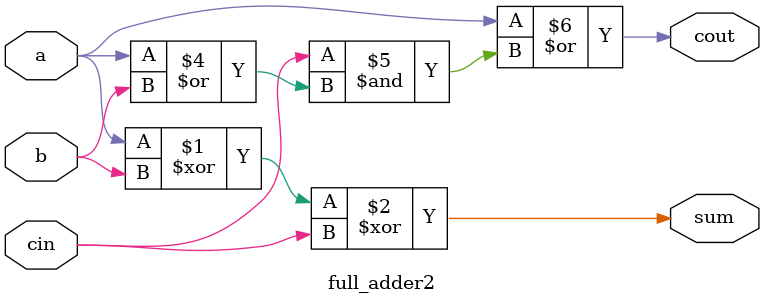
<source format=v>
module full_adder2(a,b,cin,sum,cout);
input a,b,cin;
output sum,cout;
assign sum = a^b^cin;
assign cout = a&1'b1|cin&(a|b); 
// initial begin
//     $display("The incorrect adder with and0 having in2/1");
// end   
endmodule
</source>
